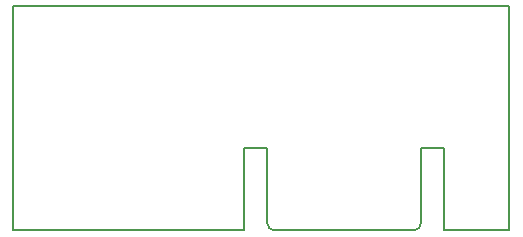
<source format=gm1>
G04 #@! TF.GenerationSoftware,KiCad,Pcbnew,7.0.7*
G04 #@! TF.CreationDate,2024-03-03T16:13:36-05:00*
G04 #@! TF.ProjectId,Gamecube_SP1,47616d65-6375-4626-955f-5350312e6b69,rev?*
G04 #@! TF.SameCoordinates,Original*
G04 #@! TF.FileFunction,Profile,NP*
%FSLAX46Y46*%
G04 Gerber Fmt 4.6, Leading zero omitted, Abs format (unit mm)*
G04 Created by KiCad (PCBNEW 7.0.7) date 2024-03-03 16:13:36*
%MOMM*%
%LPD*%
G01*
G04 APERTURE LIST*
G04 #@! TA.AperFunction,Profile*
%ADD10C,0.150000*%
G04 #@! TD*
G04 APERTURE END LIST*
D10*
X102464286Y-119999986D02*
G75*
G03*
X103064286Y-119400000I14J599986D01*
G01*
X88064286Y-120000000D02*
X68564286Y-120000000D01*
X90664286Y-120000000D02*
X102464286Y-120000000D01*
X90064300Y-119400000D02*
G75*
G03*
X90664286Y-120000000I600000J0D01*
G01*
X105064286Y-113000000D02*
X105064286Y-120000000D01*
X110564286Y-101000000D02*
X110564286Y-120000000D01*
X90064286Y-119400000D02*
X90064286Y-113000000D01*
X103064286Y-113000000D02*
X105064286Y-113000000D01*
X68564286Y-120000000D02*
X68564286Y-101000000D01*
X105064286Y-120000000D02*
X110564286Y-120000000D01*
X68564286Y-101000000D02*
X110564286Y-101000000D01*
X103064286Y-119400000D02*
X103064286Y-113000000D01*
X88064286Y-113000000D02*
X90064286Y-113000000D01*
X88064286Y-113000000D02*
X88064286Y-120000000D01*
M02*

</source>
